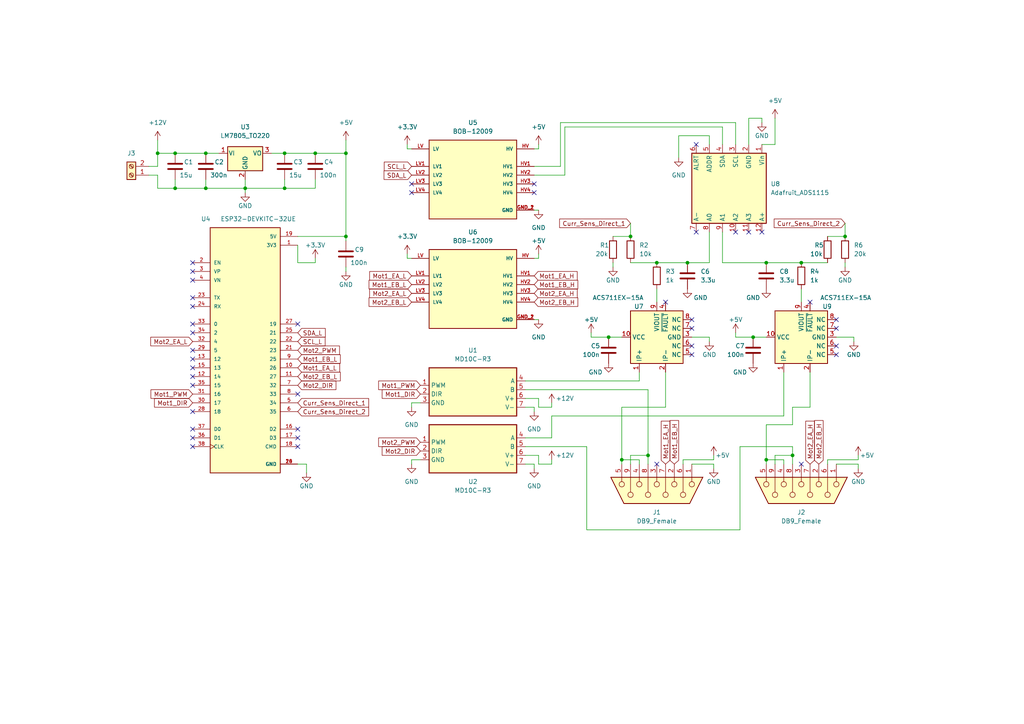
<source format=kicad_sch>
(kicad_sch (version 20211123) (generator eeschema)
  (paper "A4")
  (title_block (title "ENPH 459 Dual Twiddlerino Test Bench Schematic") (date "2024-04-08") (rev "1.1") (company "ENPH 459 Project Lab - Project 2402"))
  (lib_symbols
    (symbol "BOB-12009:BOB-12009" (pin_names (offset 1.016))
      (property "Reference" "U" (at -12.7 11.43 0))
      (property "Value" "BOB-12009" (at -12.7 -15.24 0))
      (symbol "BOB-12009_0_0"
        (rectangle (start -12.7 -12.7) (end 12.7 10.16) (stroke (width 0.254)) (fill (type background)))
        (pin power_in line (at 17.78 -10.16 180) (length 5.08) (name "GND") (number "GND_1"))
        (pin power_in line (at 17.78 -10.16 180) (length 5.08) (name "GND") (number "GND_2"))
        (pin bidirectional line (at 17.78 7.62 180) (length 5.08) (name "HV") (number "HV"))
        (pin bidirectional line (at 17.78 2.54 180) (length 5.08) (name "HV1") (number "HV1"))
        (pin bidirectional line (at 17.78 0 180) (length 5.08) (name "HV2") (number "HV2"))
        (pin bidirectional line (at 17.78 -2.54 180) (length 5.08) (name "HV3") (number "HV3"))
        (pin bidirectional line (at 17.78 -5.08 180) (length 5.08) (name "HV4") (number "HV4"))
        (pin bidirectional line (at -17.78 7.62 0) (length 5.08) (name "LV") (number "LV"))
        (pin bidirectional line (at -17.78 2.54 0) (length 5.08) (name "LV1") (number "LV1"))
        (pin bidirectional line (at -17.78 0 0) (length 5.08) (name "LV2") (number "LV2"))
        (pin bidirectional line (at -17.78 -2.54 0) (length 5.08) (name "LV3") (number "LV3"))
        (pin bidirectional line (at -17.78 -5.08 0) (length 5.08) (name "LV4") (number "LV4"))
      )
    )
    (symbol "Connector:DB9_Female" (pin_names (offset 1.016) hide)
      (property "Reference" "J" (at 0 13.97 0))
      (property "Value" "DB9_Female" (at 0 -14.605 0))
      (symbol "DB9_Female_0_1"
        (circle (center -1.778 -10.16) (radius 0.762))
        (circle (center -1.778 -5.08) (radius 0.762))
        (circle (center -1.778 0) (radius 0.762))
        (circle (center -1.778 5.08) (radius 0.762))
        (circle (center -1.778 10.16) (radius 0.762))
        (polyline (pts (xy -3.81 -10.16) (xy -2.54 -10.16)))
        (polyline (pts (xy -3.81 -7.62) (xy 0.508 -7.62)))
        (polyline (pts (xy -3.81 -5.08) (xy -2.54 -5.08)))
        (polyline (pts (xy -3.81 -2.54) (xy 0.508 -2.54)))
        (polyline (pts (xy -3.81 0) (xy -2.54 0)))
        (polyline (pts (xy -3.81 2.54) (xy 0.508 2.54)))
        (polyline (pts (xy -3.81 5.08) (xy -2.54 5.08)))
        (polyline (pts (xy -3.81 7.62) (xy 0.508 7.62)))
        (polyline (pts (xy -3.81 10.16) (xy -2.54 10.16)))
        (polyline (pts (xy -3.81 13.335) (xy -3.81 -13.335) (xy 3.81 -9.525) (xy 3.81 9.525) (xy -3.81 13.335)) (stroke (width 0.254)) (fill (type background)))
        (circle (center 1.27 -7.62) (radius 0.762))
        (circle (center 1.27 -2.54) (radius 0.762))
        (circle (center 1.27 2.54) (radius 0.762))
        (circle (center 1.27 7.62) (radius 0.762))
      )
      (symbol "DB9_Female_1_1"
        (pin passive line (at -7.62 10.16 0) (length 3.81) (name "1") (number "1"))
        (pin passive line (at -7.62 5.08 0) (length 3.81) (name "2") (number "2"))
        (pin passive line (at -7.62 0 0) (length 3.81) (name "3") (number "3"))
        (pin passive line (at -7.62 -5.08 0) (length 3.81) (name "4") (number "4"))
        (pin passive line (at -7.62 -10.16 0) (length 3.81) (name "5") (number "5"))
        (pin passive line (at -7.62 7.62 0) (length 3.81) (name "6") (number "6"))
        (pin passive line (at -7.62 2.54 0) (length 3.81) (name "7") (number "7"))
        (pin passive line (at -7.62 -2.54 0) (length 3.81) (name "8") (number "8"))
        (pin passive line (at -7.62 -7.62 0) (length 3.81) (name "9") (number "9"))
      )
    )
    (symbol "Connector:Screw_Terminal_01x02" (pin_names (offset 1.016) hide)
      (property "Reference" "J" (at 0 2.54 0))
      (property "Value" "Screw_Terminal_01x02" (at 0 -5.08 0))
      (symbol "Screw_Terminal_01x02_1_1"
        (rectangle (start -1.27 1.27) (end 1.27 -3.81) (stroke (width 0.254)) (fill (type background)))
        (circle (center 0 -2.54) (radius 0.635) (stroke (width 0.1524)))
        (polyline (pts (xy -0.5334 -2.2098) (xy 0.3302 -3.048)) (stroke (width 0.1524)))
        (polyline (pts (xy -0.5334 0.3302) (xy 0.3302 -0.508)) (stroke (width 0.1524)))
        (polyline (pts (xy -0.3556 -2.032) (xy 0.508 -2.8702)) (stroke (width 0.1524)))
        (polyline (pts (xy -0.3556 0.508) (xy 0.508 -0.3302)) (stroke (width 0.1524)))
        (circle (center 0 0) (radius 0.635) (stroke (width 0.1524)))
        (pin passive line (at -5.08 0 0) (length 3.81) (name "Pin_1") (number "1"))
        (pin passive line (at -5.08 -2.54 0) (length 3.81) (name "Pin_2") (number "2"))
      )
    )
    (symbol "Device:C" (pin_numbers hide) (pin_names (offset 0.254))
      (property "Reference" "C" (at 0.635 2.54 0))
      (property "Value" "C" (at 0.635 -2.54 0))
      (symbol "C_0_1"
        (polyline (pts (xy -2.032 -0.762) (xy 2.032 -0.762)) (stroke (width 0.508)))
        (polyline (pts (xy -2.032 0.762) (xy 2.032 0.762)) (stroke (width 0.508)))
      )
      (symbol "C_1_1"
        (pin passive line (at 0 3.81 270) (length 2.794) (name "~") (number "1"))
        (pin passive line (at 0 -3.81 90) (length 2.794) (name "~") (number "2"))
      )
    )
    (symbol "Device:R" (pin_numbers hide) (pin_names (offset 0))
      (property "Reference" "R" (at 2.032 0 90))
      (property "Value" "R" (at 0 0 90))
      (symbol "R_0_1"
        (rectangle (start -1.016 -2.54) (end 1.016 2.54) (stroke (width 0.254)))
      )
      (symbol "R_1_1"
        (pin passive line (at 0 3.81 270) (length 1.27) (name "~") (number "1"))
        (pin passive line (at 0 -3.81 90) (length 1.27) (name "~") (number "2"))
      )
    )
    (symbol "ESP32-DEVKITC-32UE:ESP32-DEVKITC-32UE" (pin_names (offset 1.016))
      (property "Reference" "U" (at -10.16 36.83 0))
      (property "Value" "ESP32-DEVKITC-32UE" (at -10.16 -38.1 0))
      (symbol "ESP32-DEVKITC-32UE_0_0"
        (rectangle (start -10.16 -35.56) (end 10.16 35.56) (stroke (width 0.254)) (fill (type background)))
        (pin power_in line (at 15.24 30.48 180) (length 5.08) (name "3V3") (number "1"))
        (pin bidirectional line (at 15.24 -5.08 180) (length 5.08) (name "26") (number "10"))
        (pin bidirectional line (at 15.24 -7.62 180) (length 5.08) (name "27") (number "11"))
        (pin bidirectional line (at -15.24 -7.62 0) (length 5.08) (name "14") (number "12"))
        (pin bidirectional line (at -15.24 -2.54 0) (length 5.08) (name "12") (number "13"))
        (pin power_in line (at 15.24 -33.02 180) (length 5.08) (name "GND") (number "14"))
        (pin bidirectional line (at -15.24 -5.08 0) (length 5.08) (name "13") (number "15"))
        (pin bidirectional line (at 15.24 -22.86 180) (length 5.08) (name "D2") (number "16"))
        (pin bidirectional line (at 15.24 -25.4 180) (length 5.08) (name "D3") (number "17"))
        (pin bidirectional line (at 15.24 -27.94 180) (length 5.08) (name "CMD") (number "18"))
        (pin power_in line (at 15.24 33.02 180) (length 5.08) (name "5V") (number "19"))
        (pin input line (at -15.24 25.4 0) (length 5.08) (name "EN") (number "2"))
        (pin power_in line (at 15.24 -33.02 180) (length 5.08) (name "GND") (number "20"))
        (pin bidirectional line (at 15.24 0 180) (length 5.08) (name "23") (number "21"))
        (pin bidirectional line (at 15.24 2.54 180) (length 5.08) (name "22") (number "22"))
        (pin bidirectional line (at -15.24 15.24 0) (length 5.08) (name "TX") (number "23"))
        (pin bidirectional line (at -15.24 12.7 0) (length 5.08) (name "RX") (number "24"))
        (pin bidirectional line (at 15.24 5.08 180) (length 5.08) (name "21") (number "25"))
        (pin power_in line (at 15.24 -33.02 180) (length 5.08) (name "GND") (number "26"))
        (pin bidirectional line (at 15.24 7.62 180) (length 5.08) (name "19") (number "27"))
        (pin bidirectional line (at -15.24 -17.78 0) (length 5.08) (name "18") (number "28"))
        (pin bidirectional line (at -15.24 0 0) (length 5.08) (name "5") (number "29"))
        (pin input line (at -15.24 22.86 0) (length 5.08) (name "VP") (number "3"))
        (pin bidirectional line (at -15.24 -15.24 0) (length 5.08) (name "17") (number "30"))
        (pin bidirectional line (at -15.24 -12.7 0) (length 5.08) (name "16") (number "31"))
        (pin bidirectional line (at -15.24 2.54 0) (length 5.08) (name "4") (number "32"))
        (pin bidirectional line (at -15.24 7.62 0) (length 5.08) (name "0") (number "33"))
        (pin bidirectional line (at -15.24 5.08 0) (length 5.08) (name "2") (number "34"))
        (pin bidirectional line (at -15.24 -10.16 0) (length 5.08) (name "15") (number "35"))
        (pin bidirectional line (at -15.24 -25.4 0) (length 5.08) (name "D1") (number "36"))
        (pin bidirectional line (at -15.24 -22.86 0) (length 5.08) (name "D0") (number "37"))
        (pin bidirectional clock (at -15.24 -27.94 0) (length 5.08) (name "CLK") (number "38"))
        (pin input line (at -15.24 20.32 0) (length 5.08) (name "VN") (number "4"))
        (pin bidirectional line (at 15.24 -15.24 180) (length 5.08) (name "34") (number "5"))
        (pin bidirectional line (at 15.24 -17.78 180) (length 5.08) (name "35") (number "6"))
        (pin bidirectional line (at 15.24 -10.16 180) (length 5.08) (name "32") (number "7"))
        (pin bidirectional line (at 15.24 -12.7 180) (length 5.08) (name "33") (number "8"))
        (pin bidirectional line (at 15.24 -2.54 180) (length 5.08) (name "25") (number "9"))
      )
    )
    (symbol "MD10C-R3:MD10C-R3"
      (property "Reference" "U" (at 0 12.7 0))
      (property "Value" "MD10C-R3" (at 0 10.16 0))
      (symbol "MD10C-R3_0_1"
        (rectangle (start -12.7 8.89) (end 12.7 -5.08) (stroke (width 0.32)) (fill (type background)))
      )
      (symbol "MD10C-R3_1_1"
        (pin input line (at -15.24 3.81 0) (length 2.54) (name "PWM") (number "1"))
        (pin input line (at -15.24 1.27 0) (length 2.54) (name "DIR") (number "2"))
        (pin power_in line (at -15.24 -1.27 0) (length 2.54) (name "GND") (number "3"))
        (pin output line (at 15.24 5.08 180) (length 2.54) (name "A") (number "4"))
        (pin output line (at 15.24 2.54 180) (length 2.54) (name "B") (number "5"))
        (pin power_in line (at 15.24 0 180) (length 2.54) (name "V+") (number "6"))
        (pin power_in line (at 15.24 -2.54 180) (length 2.54) (name "V-") (number "7"))
      )
    )
    (symbol "MD10C-R3_1"
      (property "Reference" "U" (at 0 12.7 0))
      (property "Value" "MD10C-R3_1" (at 0 10.16 0))
      (symbol "MD10C-R3_1_0_1"
        (rectangle (start -12.7 8.89) (end 12.7 -5.08) (stroke (width 0.32)) (fill (type background)))
      )
      (symbol "MD10C-R3_1_1_1"
        (pin input line (at -15.24 3.81 0) (length 2.54) (name "PWM") (number "1"))
        (pin input line (at -15.24 1.27 0) (length 2.54) (name "DIR") (number "2"))
        (pin power_in line (at -15.24 -1.27 0) (length 2.54) (name "GND") (number "3"))
        (pin output line (at 15.24 5.08 180) (length 2.54) (name "A") (number "4"))
        (pin output line (at 15.24 2.54 180) (length 2.54) (name "B") (number "5"))
        (pin power_in line (at 15.24 0 180) (length 2.54) (name "V+") (number "6"))
        (pin power_in line (at 15.24 -2.54 180) (length 2.54) (name "V-") (number "7"))
      )
    )
    (symbol "Regulator_Linear:LM7805_TO220" (pin_names (offset 0.254))
      (property "Reference" "U" (at -3.81 3.175 0))
      (property "Value" "LM7805_TO220" (at 0 3.175 0))
      (symbol "LM7805_TO220_0_1"
        (rectangle (start -5.08 1.905) (end 5.08 -5.08) (stroke (width 0.254)) (fill (type background)))
      )
      (symbol "LM7805_TO220_1_1"
        (pin power_in line (at -7.62 0 0) (length 2.54) (name "VI") (number "1"))
        (pin power_in line (at 0 -7.62 90) (length 2.54) (name "GND") (number "2"))
        (pin power_out line (at 7.62 0 180) (length 2.54) (name "VO") (number "3"))
      )
    )
    (symbol "Sensor_Current:ACS711xEXLT-15AB"
      (property "Reference" "U" (at 8.89 6.35 0))
      (property "Value" "ACS711xEXLT-15AB" (at 8.89 3.81 0))
      (symbol "ACS711xEXLT-15AB_0_1"
        (rectangle (start -7.62 7.62) (end 7.62 -7.62) (stroke (width 0.254)) (fill (type background)))
      )
      (symbol "ACS711xEXLT-15AB_1_1"
        (pin passive line (at -10.16 5.08 0) (length 2.54) (name "IP+") (number "1"))
        (pin power_in line (at 0 10.16 270) (length 2.54) (name "VCC") (number "10"))
        (pin passive line (at -10.16 -2.54 0) (length 2.54) (name "IP-") (number "2"))
        (pin power_in line (at 0 -10.16 90) (length 2.54) (name "GND") (number "3"))
        (pin output line (at 10.16 -2.54 180) (length 2.54) (name "~{FAULT}") (number "4"))
        (pin passive line (at -5.08 -10.16 90) (length 2.54) (name "NC") (number "5"))
        (pin passive line (at -2.54 -10.16 90) (length 2.54) (name "NC") (number "6"))
        (pin passive line (at 2.54 -10.16 90) (length 2.54) (name "NC") (number "7"))
        (pin passive line (at 5.08 -10.16 90) (length 2.54) (name "NC") (number "8"))
        (pin output line (at 10.16 0 180) (length 2.54) (name "VIOUT") (number "9"))
      )
    )
    (symbol "adafruit_ads1115:Adafruit_ADS1115"
      (property "Reference" "U5" (at 12.192 0.0001 0))
      (property "Value" "Adafruit_ADS1115" (at 12.192 -2.5399 0))
      (symbol "Adafruit_ADS1115_0_1"
        (rectangle (start 10.16 -11.43) (end -11.43 8.89) (stroke (width 0.3)) (fill (type background)))
      )
      (symbol "Adafruit_ADS1115_1_1"
        (pin power_in line (at -10.16 -13.97 90) (length 2.54) (name "Vin") (number "1"))
        (pin input line (at -2.54 11.43 270) (length 2.54) (name "A2") (number "10"))
        (pin input line (at -6.35 11.43 270) (length 2.54) (name "A3") (number "11"))
        (pin input line (at -10.16 11.43 270) (length 2.54) (name "A+") (number "12"))
        (pin power_in line (at -6.35 -13.97 90) (length 2.54) (name "GND") (number "2"))
        (pin bidirectional line (at -2.54 -13.97 90) (length 2.54) (name "SCL") (number "3"))
        (pin bidirectional line (at 1.27 -13.97 90) (length 2.54) (name "SDA") (number "4"))
        (pin bidirectional line (at 5.08 -13.97 90) (length 2.54) (name "ADDR") (number "5"))
        (pin bidirectional line (at 8.89 -13.97 90) (length 2.54) (name "ALRT") (number "6"))
        (pin input line (at 8.89 11.43 270) (length 2.54) (name "A-") (number "7"))
        (pin input line (at 5.08 11.43 270) (length 2.54) (name "A0") (number "8"))
        (pin input line (at 1.27 11.43 270) (length 2.54) (name "A1") (number "9"))
      )
    )
    (symbol "power:+12V" (power) (pin_names (offset 0))
      (property "Value" "+12V" (at 0 3.556 0))
      (symbol "+12V_0_1"
        (polyline (pts (xy -0.762 1.27) (xy 0 2.54)))
        (polyline (pts (xy 0 0) (xy 0 2.54)))
        (polyline (pts (xy 0 2.54) (xy 0.762 1.27)))
      )
      (symbol "+12V_1_1"
        (pin power_in line (at 0 0 90) (length 0) hide (name "+12V") (number "1"))
      )
    )
    (symbol "power:+3.3V" (power) (pin_names (offset 0))
      (property "Value" "+3.3V" (at 0 3.556 0))
      (symbol "+3.3V_0_1"
        (polyline (pts (xy -0.762 1.27) (xy 0 2.54)))
        (polyline (pts (xy 0 0) (xy 0 2.54)))
        (polyline (pts (xy 0 2.54) (xy 0.762 1.27)))
      )
      (symbol "+3.3V_1_1"
        (pin power_in line (at 0 0 90) (length 0) hide (name "+3.3V") (number "1"))
      )
    )
    (symbol "power:+5V" (power) (pin_names (offset 0))
      (property "Value" "+5V" (at 0 3.556 0))
      (symbol "+5V_0_1"
        (polyline (pts (xy -0.762 1.27) (xy 0 2.54)))
        (polyline (pts (xy 0 0) (xy 0 2.54)))
        (polyline (pts (xy 0 2.54) (xy 0.762 1.27)))
      )
      (symbol "+5V_1_1"
        (pin power_in line (at 0 0 90) (length 0) hide (name "+5V") (number "1"))
      )
    )
    (symbol "power:GND" (power) (pin_names (offset 0))
      (property "Value" "GND" (at 0 -3.81 0))
      (symbol "GND_0_1"
        (polyline (pts (xy 0 0) (xy 0 -1.27) (xy 1.27 -1.27) (xy 0 -2.54) (xy -1.27 -1.27) (xy 0 -1.27)))
      )
      (symbol "GND_1_1"
        (pin power_in line (at 0 0 270) (length 0) hide (name "GND") (number "1"))
      )
    )
  )
  (junction (at 45.72 44.45))
  (junction (at 218.44 97.79))
  (junction (at 180.34 133.35))
  (junction (at 199.39 76.2))
  (junction (at 232.41 76.2))
  (junction (at 71.12 54.61))
  (junction (at 59.69 44.45))
  (junction (at 59.69 54.61))
  (junction (at 222.25 76.2))
  (junction (at 245.11 68.58))
  (junction (at 50.8 44.45))
  (junction (at 229.87 132.08))
  (junction (at 82.55 44.45))
  (junction (at 222.25 133.35))
  (junction (at 82.55 54.61))
  (junction (at 182.88 68.58))
  (junction (at 100.33 44.45))
  (junction (at 187.96 132.08))
  (junction (at 50.8 54.61))
  (junction (at 176.53 97.79))
  (junction (at 100.33 68.58))
  (junction (at 91.44 44.45))
  (junction (at 190.5 76.2))
  (no_connect (at 55.88 127))
  (no_connect (at 242.57 100.33))
  (no_connect (at 190.5 134.62))
  (no_connect (at 55.88 78.74))
  (no_connect (at 200.66 100.33))
  (no_connect (at 200.66 95.25))
  (no_connect (at 193.04 87.63))
  (no_connect (at 200.66 92.71))
  (no_connect (at 200.66 102.87))
  (no_connect (at 55.88 104.14))
  (no_connect (at 86.36 93.98))
  (no_connect (at 55.88 76.2))
  (no_connect (at 201.93 67.31))
  (no_connect (at 213.36 67.31))
  (no_connect (at 217.17 67.31))
  (no_connect (at 220.98 67.31))
  (no_connect (at 55.88 88.9))
  (no_connect (at 86.36 127))
  (no_connect (at 55.88 81.28))
  (no_connect (at 55.88 106.68))
  (no_connect (at 86.36 124.46))
  (no_connect (at 201.93 41.91))
  (no_connect (at 232.41 134.62))
  (no_connect (at 154.94 53.34))
  (no_connect (at 154.94 55.88))
  (no_connect (at 55.88 86.36))
  (no_connect (at 55.88 109.22))
  (no_connect (at 242.57 102.87))
  (no_connect (at 86.36 129.54))
  (no_connect (at 242.57 92.71))
  (no_connect (at 55.88 124.46))
  (no_connect (at 55.88 93.98))
  (no_connect (at 242.57 95.25))
  (no_connect (at 234.95 87.63))
  (no_connect (at 55.88 119.38))
  (no_connect (at 55.88 101.6))
  (no_connect (at 86.36 114.3))
  (no_connect (at 55.88 129.54))
  (no_connect (at 119.38 53.34))
  (no_connect (at 119.38 55.88))
  (no_connect (at 55.88 111.76))
  (no_connect (at 55.88 96.52))
  (wire (pts (xy 154.94 134.62) (xy 154.94 135.89)))
  (wire (pts (xy 240.03 134.62) (xy 240.03 133.35)))
  (wire (pts (xy 154.94 92.71) (xy 156.21 92.71)))
  (wire (pts (xy 156.21 74.93) (xy 156.21 73.66)))
  (wire (pts (xy 207.01 134.62) (xy 207.01 135.89)))
  (wire (pts (xy 156.21 118.11) (xy 160.02 118.11)))
  (wire (pts (xy 162.56 35.56) (xy 162.56 48.26)))
  (wire (pts (xy 180.34 133.35) (xy 185.42 133.35)))
  (wire (pts (xy 205.74 76.2) (xy 205.74 67.31)))
  (wire (pts (xy 200.66 134.62) (xy 207.01 134.62)))
  (wire (pts (xy 50.8 52.07) (xy 50.8 54.61)))
  (wire (pts (xy 86.36 71.12) (xy 86.36 76.2)))
  (wire (pts (xy 222.25 133.35) (xy 222.25 123.19)))
  (wire (pts (xy 86.36 134.62) (xy 88.9 134.62)))
  (wire (pts (xy 171.45 97.79) (xy 176.53 97.79)))
  (wire (pts (xy 45.72 44.45) (xy 50.8 44.45)))
  (wire (pts (xy 86.36 76.2) (xy 91.44 76.2)))
  (wire (pts (xy 220.98 41.91) (xy 224.79 41.91)))
  (wire (pts (xy 170.18 153.67) (xy 170.18 129.54)))
  (wire (pts (xy 224.79 34.29) (xy 224.79 41.91)))
  (wire (pts (xy 100.33 40.64) (xy 100.33 44.45)))
  (wire (pts (xy 43.18 48.26) (xy 45.72 48.26)))
  (wire (pts (xy 154.94 118.11) (xy 154.94 119.38)))
  (wire (pts (xy 218.44 97.79) (xy 222.25 97.79)))
  (wire (pts (xy 82.55 54.61) (xy 91.44 54.61)))
  (wire (pts (xy 119.38 118.11) (xy 119.38 116.84)))
  (wire (pts (xy 118.11 41.91) (xy 118.11 43.18)))
  (wire (pts (xy 118.11 43.18) (xy 119.38 43.18)))
  (wire (pts (xy 222.25 133.35) (xy 227.33 133.35)))
  (wire (pts (xy 91.44 54.61) (xy 91.44 52.07)))
  (wire (pts (xy 45.72 54.61) (xy 50.8 54.61)))
  (wire (pts (xy 227.33 107.95) (xy 227.33 120.65)))
  (wire (pts (xy 205.74 39.37) (xy 205.74 41.91)))
  (wire (pts (xy 240.03 68.58) (xy 245.11 68.58)))
  (wire (pts (xy 198.12 133.35) (xy 207.01 133.35)))
  (wire (pts (xy 154.94 50.8) (xy 163.83 50.8)))
  (wire (pts (xy 180.34 134.62) (xy 180.34 133.35)))
  (wire (pts (xy 187.96 113.03) (xy 187.96 132.08)))
  (wire (pts (xy 152.4 134.62) (xy 154.94 134.62)))
  (wire (pts (xy 234.95 107.95) (xy 234.95 118.11)))
  (wire (pts (xy 162.56 48.26) (xy 154.94 48.26)))
  (wire (pts (xy 71.12 54.61) (xy 71.12 55.88)))
  (wire (pts (xy 78.74 44.45) (xy 82.55 44.45)))
  (wire (pts (xy 232.41 83.82) (xy 232.41 87.63)))
  (wire (pts (xy 200.66 97.79) (xy 205.74 97.79)))
  (wire (pts (xy 242.57 97.79) (xy 247.65 97.79)))
  (wire (pts (xy 229.87 129.54) (xy 214.63 129.54)))
  (wire (pts (xy 214.63 153.67) (xy 170.18 153.67)))
  (wire (pts (xy 160.02 120.65) (xy 227.33 120.65)))
  (wire (pts (xy 232.41 76.2) (xy 222.25 76.2)))
  (wire (pts (xy 190.5 76.2) (xy 199.39 76.2)))
  (wire (pts (xy 119.38 134.62) (xy 119.38 133.35)))
  (wire (pts (xy 176.53 97.79) (xy 180.34 97.79)))
  (wire (pts (xy 50.8 44.45) (xy 59.69 44.45)))
  (wire (pts (xy 170.18 129.54) (xy 152.4 129.54)))
  (wire (pts (xy 213.36 35.56) (xy 162.56 35.56)))
  (wire (pts (xy 182.88 132.08) (xy 187.96 132.08)))
  (wire (pts (xy 229.87 132.08) (xy 229.87 129.54)))
  (wire (pts (xy 213.36 97.79) (xy 218.44 97.79)))
  (wire (pts (xy 193.04 118.11) (xy 193.04 107.95)))
  (wire (pts (xy 152.4 127) (xy 160.02 127)))
  (wire (pts (xy 220.98 34.29) (xy 220.98 35.56)))
  (wire (pts (xy 152.4 132.08) (xy 156.21 132.08)))
  (wire (pts (xy 119.38 133.35) (xy 121.92 133.35)))
  (wire (pts (xy 185.42 133.35) (xy 185.42 134.62)))
  (wire (pts (xy 160.02 118.11) (xy 160.02 116.84)))
  (wire (pts (xy 152.4 113.03) (xy 187.96 113.03)))
  (wire (pts (xy 163.83 50.8) (xy 163.83 36.83)))
  (wire (pts (xy 91.44 44.45) (xy 100.33 44.45)))
  (wire (pts (xy 160.02 127) (xy 160.02 120.65)))
  (wire (pts (xy 227.33 133.35) (xy 227.33 134.62)))
  (wire (pts (xy 152.4 110.49) (xy 185.42 110.49)))
  (wire (pts (xy 119.38 116.84) (xy 121.92 116.84)))
  (wire (pts (xy 213.36 41.91) (xy 213.36 35.56)))
  (wire (pts (xy 248.92 133.35) (xy 248.92 132.08)))
  (wire (pts (xy 43.18 50.8) (xy 45.72 50.8)))
  (wire (pts (xy 185.42 110.49) (xy 185.42 107.95)))
  (wire (pts (xy 118.11 74.93) (xy 119.38 74.93)))
  (wire (pts (xy 59.69 44.45) (xy 63.5 44.45)))
  (wire (pts (xy 100.33 68.58) (xy 86.36 68.58)))
  (wire (pts (xy 156.21 132.08) (xy 156.21 134.62)))
  (wire (pts (xy 82.55 44.45) (xy 91.44 44.45)))
  (wire (pts (xy 248.92 134.62) (xy 248.92 135.89)))
  (wire (pts (xy 193.04 118.11) (xy 180.34 118.11)))
  (wire (pts (xy 118.11 73.66) (xy 118.11 74.93)))
  (wire (pts (xy 156.21 134.62) (xy 160.02 134.62)))
  (wire (pts (xy 59.69 54.61) (xy 71.12 54.61)))
  (wire (pts (xy 222.25 76.2) (xy 209.55 76.2)))
  (wire (pts (xy 245.11 64.77) (xy 245.11 68.58)))
  (wire (pts (xy 229.87 132.08) (xy 229.87 134.62)))
  (wire (pts (xy 198.12 134.62) (xy 198.12 133.35)))
  (wire (pts (xy 177.8 68.58) (xy 182.88 68.58)))
  (wire (pts (xy 196.85 39.37) (xy 205.74 39.37)))
  (wire (pts (xy 152.4 118.11) (xy 154.94 118.11)))
  (wire (pts (xy 196.85 45.72) (xy 196.85 39.37)))
  (wire (pts (xy 156.21 115.57) (xy 156.21 118.11)))
  (wire (pts (xy 59.69 52.07) (xy 59.69 54.61)))
  (wire (pts (xy 88.9 134.62) (xy 88.9 137.16)))
  (wire (pts (xy 154.94 43.18) (xy 156.21 43.18)))
  (wire (pts (xy 100.33 68.58) (xy 100.33 69.85)))
  (wire (pts (xy 171.45 96.52) (xy 171.45 97.79)))
  (wire (pts (xy 214.63 129.54) (xy 214.63 153.67)))
  (wire (pts (xy 187.96 132.08) (xy 187.96 134.62)))
  (wire (pts (xy 163.83 36.83) (xy 209.55 36.83)))
  (wire (pts (xy 205.74 97.79) (xy 205.74 99.06)))
  (wire (pts (xy 217.17 34.29) (xy 220.98 34.29)))
  (wire (pts (xy 232.41 76.2) (xy 240.03 76.2)))
  (wire (pts (xy 156.21 43.18) (xy 156.21 41.91)))
  (wire (pts (xy 224.79 134.62) (xy 224.79 132.08)))
  (wire (pts (xy 229.87 118.11) (xy 234.95 118.11)))
  (wire (pts (xy 82.55 54.61) (xy 82.55 52.07)))
  (wire (pts (xy 182.88 134.62) (xy 182.88 132.08)))
  (wire (pts (xy 207.01 133.35) (xy 207.01 132.08)))
  (wire (pts (xy 91.44 76.2) (xy 91.44 74.93)))
  (wire (pts (xy 45.72 40.64) (xy 45.72 44.45)))
  (wire (pts (xy 222.25 134.62) (xy 222.25 133.35)))
  (wire (pts (xy 180.34 118.11) (xy 180.34 133.35)))
  (wire (pts (xy 177.8 77.47) (xy 177.8 76.2)))
  (wire (pts (xy 50.8 54.61) (xy 59.69 54.61)))
  (wire (pts (xy 209.55 76.2) (xy 209.55 67.31)))
  (wire (pts (xy 100.33 77.47) (xy 100.33 78.74)))
  (wire (pts (xy 154.94 60.96) (xy 156.21 60.96)))
  (wire (pts (xy 100.33 44.45) (xy 100.33 68.58)))
  (wire (pts (xy 224.79 132.08) (xy 229.87 132.08)))
  (wire (pts (xy 182.88 64.77) (xy 182.88 68.58)))
  (wire (pts (xy 190.5 83.82) (xy 190.5 87.63)))
  (wire (pts (xy 222.25 123.19) (xy 229.87 123.19)))
  (wire (pts (xy 213.36 96.52) (xy 213.36 97.79)))
  (wire (pts (xy 240.03 133.35) (xy 248.92 133.35)))
  (wire (pts (xy 199.39 76.2) (xy 205.74 76.2)))
  (wire (pts (xy 45.72 48.26) (xy 45.72 44.45)))
  (wire (pts (xy 247.65 97.79) (xy 247.65 99.06)))
  (wire (pts (xy 154.94 74.93) (xy 156.21 74.93)))
  (wire (pts (xy 209.55 36.83) (xy 209.55 41.91)))
  (wire (pts (xy 71.12 52.07) (xy 71.12 54.61)))
  (wire (pts (xy 45.72 50.8) (xy 45.72 54.61)))
  (wire (pts (xy 160.02 134.62) (xy 160.02 133.35)))
  (wire (pts (xy 71.12 54.61) (xy 82.55 54.61)))
  (wire (pts (xy 152.4 115.57) (xy 156.21 115.57)))
  (wire (pts (xy 245.11 76.2) (xy 245.11 77.47)))
  (wire (pts (xy 182.88 76.2) (xy 190.5 76.2)))
  (wire (pts (xy 217.17 41.91) (xy 217.17 34.29)))
  (wire (pts (xy 242.57 134.62) (xy 248.92 134.62)))
  (wire (pts (xy 229.87 123.19) (xy 229.87 118.11)))
  (global_label "Mot2_EB_H" (shape input) (at 154.94 87.63 0) (property "Intersheet References" "${INTERSHEET_REFS}" (effects hide)))
  (global_label "Mot1_EA_L" (shape input) (at 86.36 106.68 0) (property "Intersheet References" "${INTERSHEET_REFS}" (effects hide)))
  (global_label "Mot2_PWM" (shape input) (at 121.92 128.27 180) (property "Intersheet References" "${INTERSHEET_REFS}" (effects hide)))
  (global_label "SDA_L" (shape input) (at 86.36 96.52 0) (property "Intersheet References" "${INTERSHEET_REFS}" (effects hide)))
  (global_label "Mot2_EB_L" (shape input) (at 119.38 87.63 180) (property "Intersheet References" "${INTERSHEET_REFS}" (effects hide)))
  (global_label "Mot2_EA_H" (shape input) (at 154.94 85.09 0) (property "Intersheet References" "${INTERSHEET_REFS}" (effects hide)))
  (global_label "SDA_L" (shape input) (at 119.38 50.8 180) (property "Intersheet References" "${INTERSHEET_REFS}" (effects hide)))
  (global_label "Curr_Sens_Direct_2" (shape input) (at 245.11 64.77 180) (property "Intersheet References" "${INTERSHEET_REFS}" (effects hide)))
  (global_label "Mot1_EB_L" (shape input) (at 119.38 82.55 180) (property "Intersheet References" "${INTERSHEET_REFS}" (effects hide)))
  (global_label "Curr_Sens_Direct_1" (shape input) (at 182.88 64.77 180) (property "Intersheet References" "${INTERSHEET_REFS}" (effects hide)))
  (global_label "Mot2_EA_L" (shape input) (at 55.88 99.06 180) (property "Intersheet References" "${INTERSHEET_REFS}" (effects hide)))
  (global_label "Curr_Sens_Direct_1" (shape input) (at 86.36 116.84 0) (property "Intersheet References" "${INTERSHEET_REFS}" (effects hide)))
  (global_label "Mot1_DIR" (shape input) (at 121.92 114.3 180) (property "Intersheet References" "${INTERSHEET_REFS}" (effects hide)))
  (global_label "Mot1_PWM" (shape input) (at 121.92 111.76 180) (property "Intersheet References" "${INTERSHEET_REFS}" (effects hide)))
  (global_label "Mot2_DIR" (shape input) (at 121.92 130.81 180) (property "Intersheet References" "${INTERSHEET_REFS}" (effects hide)))
  (global_label "Mot1_PWM" (shape input) (at 55.88 114.3 180) (property "Intersheet References" "${INTERSHEET_REFS}" (effects hide)))
  (global_label "Mot1_EA_L" (shape input) (at 119.38 80.01 180) (property "Intersheet References" "${INTERSHEET_REFS}" (effects hide)))
  (global_label "Mot1_EA_H" (shape input) (at 154.94 80.01 0) (property "Intersheet References" "${INTERSHEET_REFS}" (effects hide)))
  (global_label "Mot1_EB_H" (shape input) (at 154.94 82.55 0) (property "Intersheet References" "${INTERSHEET_REFS}" (effects hide)))
  (global_label "Curr_Sens_Direct_2" (shape input) (at 86.36 119.38 0) (property "Intersheet References" "${INTERSHEET_REFS}" (effects hide)))
  (global_label "Mot2_DIR" (shape input) (at 86.36 111.76 0) (property "Intersheet References" "${INTERSHEET_REFS}" (effects hide)))
  (global_label "Mot1_EA_H" (shape input) (at 193.04 134.62 90) (property "Intersheet References" "${INTERSHEET_REFS}" (effects hide)))
  (global_label "Mot1_EB_H" (shape input) (at 195.58 134.62 90) (property "Intersheet References" "${INTERSHEET_REFS}" (effects hide)))
  (global_label "SCL_L" (shape input) (at 119.38 48.26 180) (property "Intersheet References" "${INTERSHEET_REFS}" (effects hide)))
  (global_label "Mot1_EB_L" (shape input) (at 86.36 104.14 0) (property "Intersheet References" "${INTERSHEET_REFS}" (effects hide)))
  (global_label "Mot2_PWM" (shape input) (at 86.36 101.6 0) (property "Intersheet References" "${INTERSHEET_REFS}" (effects hide)))
  (global_label "Mot2_EB_L" (shape input) (at 86.36 109.22 0) (property "Intersheet References" "${INTERSHEET_REFS}" (effects hide)))
  (global_label "Mot2_EA_L" (shape input) (at 119.38 85.09 180) (property "Intersheet References" "${INTERSHEET_REFS}" (effects hide)))
  (global_label "SCL_L" (shape input) (at 86.36 99.06 0) (property "Intersheet References" "${INTERSHEET_REFS}" (effects hide)))
  (global_label "Mot1_DIR" (shape input) (at 55.88 116.84 180) (property "Intersheet References" "${INTERSHEET_REFS}" (effects hide)))
  (global_label "Mot2_EA_H" (shape input) (at 234.95 134.62 90) (property "Intersheet References" "${INTERSHEET_REFS}" (effects hide)))
  (global_label "Mot2_EB_H" (shape input) (at 237.49 134.62 90) (property "Intersheet References" "${INTERSHEET_REFS}" (effects hide)))
  (symbol (lib_id "ESP32-DEVKITC-32UE:ESP32-DEVKITC-32UE") (at 71.12 101.6 0) (unit 1)
    (property "Reference" "U4" (at 59.69 63.5 0))
    (property "Value" "ESP32-DEVKITC-32UE" (at 74.93 63.5 0))
    (property "Footprint" "ESP32-DEVKITC-32UE:ESPRESSIF_ESP32-DEVKITC-32UE" (effects hide))
    (property "MF" "Espressif Systems" (effects hide))
    (property "MAXIMUM_PACKAGE_HEIGHT" "N/A" (effects hide))
    (property "Package" "CUSTOM-38 ESPRESSIF" (effects hide))
    (property "Price" "None" (effects hide))
    (property "Check_prices" "https://www.snapeda.com/parts/ESP32-DEVKITC-32UE/Espressif+Systems/view-part/?ref=eda" (effects hide))
    (property "STANDARD" "Manufacturer Recommendations" (effects hide))
    (property "PARTREV" "V4" (effects hide))
    (property "SnapEDA_Link" "https://www.snapeda.com/parts/ESP32-DEVKITC-32UE/Espressif+Systems/view-part/?ref=snap" (effects hide))
    (property "MP" "ESP32-DEVKITC-32UE" (effects hide))
    (property "Purchase-URL" "https://www.snapeda.com/api/url_track_click_mouser/?unipart_id=10964384&manufacturer=Espressif Systems&part_name=ESP32-DEVKITC-32UE&search_term=esp32-devkitc-32ue" (effects hide))
    (property "Description" "\n- ESP32-WROOM-32UE Transceiver; 802.11 b/g/n (Wi-Fi, WiFi, WLAN), Bluetooth® Smart Ready 4.x Dual Mode 2.4GHz Evaluation Board\n" (effects hide))
    (property "MANUFACTURER" "Espressif" (effects hide))
    (property "Availability" "In Stock" (effects hide))
    (property "SNAPEDA_PN" "ESP32-DEVKITC-32UE" (effects hide))
  )
  (symbol (lib_id "Connector:DB9_Female") (at 190.5 142.24 270) (unit 1)
    (property "Reference" "J1" (at 190.5 148.59 90))
    (property "Value" "DB9_Female" (at 190.5 151.13 90))
    (property "Datasheet" " ~" (effects hide))
  )
  (symbol (lib_id "Regulator_Linear:LM7805_TO220") (at 71.12 44.45 0) (unit 1)
    (property "Reference" "U3" (at 71.12 36.83 0))
    (property "Value" "LM7805_TO220" (at 71.12 39.37 0))
    (property "Footprint" "Package_TO_SOT_THT:TO-220-3_Vertical" (effects hide))
    (property "Datasheet" "https://www.onsemi.cn/PowerSolutions/document/MC7800-D.PDF" (effects hide))
  )
  (symbol (lib_id "power:GND") (at 222.25 83.82 0) (unit 1)
    (property "Reference" "#PWR029" (effects hide))
    (property "Value" "GND" (at 218.44 86.36 0))
  )
  (symbol (lib_id "power:+5V") (at 224.79 34.29 0) (unit 1)
    (property "Reference" "#PWR030" (effects hide))
    (property "Value" "+5V" (at 224.79 29.21 0))
  )
  (symbol (lib_id "Device:R") (at 177.8 72.39 180) (unit 1)
    (property "Reference" "R1" (at 173.99 71.12 0) (effects (justify right)))
    (property "Value" "20k" (at 172.72 73.66 0) (effects (justify right)))
  )
  (symbol (lib_id "power:GND") (at 71.12 55.88 0) (unit 1)
    (property "Reference" "#PWR02" (effects hide))
    (property "Value" "GND" (at 71.12 59.69 0))
  )
  (symbol (lib_id "Device:C") (at 222.25 80.01 0) (unit 1)
    (property "Reference" "C8" (at 226.06 78.7399 0) (effects (justify left)))
    (property "Value" "3.3u" (at 226.06 81.2799 0) (effects (justify left)))
  )
  (symbol (lib_id "power:GND") (at 177.8 77.47 0) (unit 1)
    (property "Reference" "#PWR020" (effects hide))
    (property "Value" "GND" (at 177.8 81.28 0))
  )
  (symbol (lib_id "Device:C") (at 91.44 48.26 0) (unit 1)
    (property "Reference" "C4" (at 93.98 46.99 0) (effects (justify left)))
    (property "Value" "100n" (at 92.71 50.8 0) (effects (justify left)))
  )
  (symbol (lib_id "power:+12V") (at 160.02 133.35 0) (unit 1)
    (property "Reference" "#PWR017" (effects hide))
    (property "Value" "+12V" (at 163.83 132.08 0))
  )
  (symbol (lib_id "Device:R") (at 232.41 80.01 180) (unit 1)
    (property "Reference" "R4" (at 234.95 78.7399 0) (effects (justify right)))
    (property "Value" "1k" (at 234.95 81.2799 0) (effects (justify right)))
  )
  (symbol (lib_id "power:GND") (at 156.21 60.96 0) (unit 1)
    (property "Reference" "#PWR013" (effects hide))
    (property "Value" "GND" (at 156.21 66.04 0))
  )
  (symbol (lib_id "power:+12V") (at 160.02 116.84 0) (unit 1)
    (property "Reference" "#PWR016" (effects hide))
    (property "Value" "+12V" (at 163.83 115.57 0))
  )
  (symbol (lib_id "Device:C") (at 100.33 73.66 0) (unit 1)
    (property "Reference" "C9" (at 102.87 72.39 0) (effects (justify left)))
    (property "Value" "100n" (at 101.6 76.2 0) (effects (justify left)))
  )
  (symbol (lib_id "Device:C") (at 218.44 101.6 180) (unit 1)
    (property "Reference" "C7" (at 214.63 100.33 0))
    (property "Value" "100n" (at 213.36 102.87 0))
  )
  (symbol (lib_id "Device:R") (at 190.5 80.01 180) (unit 1)
    (property "Reference" "R3" (at 193.04 78.74 0) (effects (justify right)))
    (property "Value" "1k" (at 193.04 81.2799 0) (effects (justify right)))
  )
  (symbol (lib_id "power:GND") (at 176.53 105.41 0) (unit 1)
    (property "Reference" "#PWR019" (effects hide))
    (property "Value" "GND" (at 172.72 107.95 0))
  )
  (symbol (lib_id "Device:C") (at 176.53 101.6 180) (unit 1)
    (property "Reference" "C5" (at 172.72 100.33 0))
    (property "Value" "100n" (at 171.45 102.87 0))
  )
  (symbol (lib_id "power:+5V") (at 207.01 132.08 0) (unit 1)
    (property "Reference" "#PWR024" (effects hide))
    (property "Value" "+5V" (at 209.55 132.08 0))
  )
  (symbol (lib_id "Device:R") (at 182.88 72.39 0) (unit 1)
    (property "Reference" "R2" (at 185.42 71.1199 0) (effects (justify left)))
    (property "Value" "10k" (at 185.42 73.6599 0) (effects (justify left)))
  )
  (symbol (lib_id "MD10C-R3:MD10C-R3") (at 137.16 115.57 0) (unit 1)
    (property "Reference" "U1" (at 137.16 101.6 0))
    (property "Value" "MD10C-R3" (at 137.16 104.14 0))
  )
  (symbol (lib_id "BOB-12009:BOB-12009") (at 137.16 50.8 0) (unit 1)
    (property "Reference" "U5" (at 137.16 35.56 0))
    (property "Value" "BOB-12009" (at 137.16 38.1 0))
    (property "Footprint" "BOB-12009:CONV_BOB-12009" (effects hide))
    (property "MF" "SparkFun" (effects hide))
    (property "MAXIMUM_PACKAGE_HEIGHT" "N/A" (effects hide))
    (property "Package" "None" (effects hide))
    (property "Price" "None" (effects hide))
    (property "Check_prices" "https://www.snapeda.com/parts/BOB-12009/SparkFun+Electronics/view-part/?ref=eda" (effects hide))
    (property "STANDARD" "Manufacturer Recommendations" (effects hide))
    (property "PARTREV" "01" (effects hide))
    (property "SnapEDA_Link" "https://www.snapeda.com/parts/BOB-12009/SparkFun+Electronics/view-part/?ref=snap" (effects hide))
    (property "MP" "BOB-12009" (effects hide))
    (property "Purchase-URL" "https://www.snapeda.com/api/url_track_click_mouser/?unipart_id=551764&manufacturer=SparkFun&part_name=BOB-12009&search_term=None" (effects hide))
    (property "Description" "\nBSS138 Logic-Level Translator Interface Evaluation Board\n" (effects hide))
    (property "Availability" "In Stock" (effects hide))
    (property "MANUFACTURER" "SparkFun Electronics" (effects hide))
  )
  (symbol (lib_id "adafruit_ads1115:Adafruit_ADS1115") (at 210.82 55.88 180) (unit 1)
    (property "Reference" "U8" (at 223.52 53.3399 0) (effects (justify right)))
    (property "Value" "Adafruit_ADS1115" (at 223.52 55.8799 0) (effects (justify right)))
    (property "Footprint" "Connector_PinHeader_2.54mm:Adafruit ADS1115" (effects hide))
  )
  (symbol (lib_id "power:+5V") (at 248.92 132.08 0) (unit 1)
    (property "Reference" "#PWR033" (effects hide))
    (property "Value" "+5V" (at 251.46 132.08 0))
  )
  (symbol (lib_id "power:GND") (at 248.92 135.89 0) (unit 1)
    (property "Reference" "#PWR034" (effects hide))
    (property "Value" "GND" (at 248.92 139.7 0))
  )
  (symbol (lib_id "power:GND") (at 196.85 45.72 0) (unit 1)
    (property "Reference" "#PWR021" (effects hide))
    (property "Value" "GND" (at 196.85 50.8 0))
  )
  (symbol (lib_id "power:+5V") (at 156.21 41.91 0) (unit 1)
    (property "Reference" "#PWR012" (effects hide))
    (property "Value" "+5V" (at 156.21 36.83 0))
  )
  (symbol (lib_id "power:GND") (at 218.44 105.41 0) (unit 1)
    (property "Reference" "#PWR027" (effects hide))
    (property "Value" "GND" (at 214.63 107.95 0))
  )
  (symbol (lib_id "power:+5V") (at 213.36 96.52 0) (unit 1)
    (property "Reference" "#PWR026" (effects hide))
    (property "Value" "+5V" (at 213.36 92.71 0))
  )
  (symbol (lib_id "Connector:Screw_Terminal_01x02") (at 38.1 50.8 180) (unit 1)
    (property "Reference" "J3" (at 38.1 44.45 0))
    (property "Value" "Screw_Terminal" (effects hide))
  )
  (symbol (lib_id "power:+3.3V") (at 118.11 41.91 0) (unit 1)
    (property "Reference" "#PWR06" (effects hide))
    (property "Value" "+3.3V" (at 118.11 36.83 0))
  )
  (symbol (lib_id "power:+5V") (at 171.45 96.52 0) (unit 1)
    (property "Reference" "#PWR018" (effects hide))
    (property "Value" "+5V" (at 171.45 92.71 0))
  )
  (symbol (lib_id "BOB-12009:BOB-12009") (at 137.16 82.55 0) (unit 1)
    (property "Reference" "U6" (at 137.16 67.31 0))
    (property "Value" "BOB-12009" (at 137.16 69.85 0))
    (property "Footprint" "BOB-12009:CONV_BOB-12009" (effects hide))
    (property "MF" "SparkFun" (effects hide))
    (property "MAXIMUM_PACKAGE_HEIGHT" "N/A" (effects hide))
    (property "Package" "None" (effects hide))
    (property "Price" "None" (effects hide))
    (property "Check_prices" "https://www.snapeda.com/parts/BOB-12009/SparkFun+Electronics/view-part/?ref=eda" (effects hide))
    (property "STANDARD" "Manufacturer Recommendations" (effects hide))
    (property "PARTREV" "01" (effects hide))
    (property "SnapEDA_Link" "https://www.snapeda.com/parts/BOB-12009/SparkFun+Electronics/view-part/?ref=snap" (effects hide))
    (property "MP" "BOB-12009" (effects hide))
    (property "Purchase-URL" "https://www.snapeda.com/api/url_track_click_mouser/?unipart_id=551764&manufacturer=SparkFun&part_name=BOB-12009&search_term=None" (effects hide))
    (property "Description" "\nBSS138 Logic-Level Translator Interface Evaluation Board\n" (effects hide))
    (property "Availability" "In Stock" (effects hide))
    (property "MANUFACTURER" "SparkFun Electronics" (effects hide))
  )
  (symbol (lib_id "power:GND") (at 205.74 99.06 0) (unit 1)
    (property "Reference" "#PWR023" (effects hide))
    (property "Value" "GND" (at 205.74 102.87 0))
  )
  (symbol (lib_id "Device:R") (at 240.03 72.39 180) (unit 1)
    (property "Reference" "R5" (at 236.22 71.12 0) (effects (justify right)))
    (property "Value" "10k" (at 234.95 73.66 0) (effects (justify right)))
  )
  (symbol (lib_id "power:GND") (at 100.33 78.74 0) (unit 1)
    (property "Reference" "#PWR035" (effects hide))
    (property "Value" "GND" (at 100.33 82.55 0))
  )
  (symbol (lib_id "power:GND") (at 199.39 83.82 0) (unit 1)
    (property "Reference" "#PWR022" (effects hide))
    (property "Value" "GND" (at 203.2 86.36 0))
  )
  (symbol (lib_id "power:GND") (at 245.11 77.47 0) (unit 1)
    (property "Reference" "#PWR031" (effects hide))
    (property "Value" "GND" (at 245.11 81.28 0))
  )
  (symbol (lib_id "power:GND") (at 88.9 137.16 0) (unit 1)
    (property "Reference" "#PWR03" (effects hide))
    (property "Value" "GND" (at 88.9 140.97 0))
  )
  (symbol (lib_id "power:GND") (at 154.94 119.38 0) (unit 1)
    (property "Reference" "#PWR010" (effects hide))
    (property "Value" "GND" (at 154.94 124.46 0))
  )
  (symbol (lib_id "Device:R") (at 245.11 72.39 0) (unit 1)
    (property "Reference" "R6" (at 247.65 71.1199 0) (effects (justify left)))
    (property "Value" "20k" (at 247.65 73.6599 0) (effects (justify left)))
  )
  (symbol (lib_id "Connector:DB9_Female") (at 232.41 142.24 270) (unit 1)
    (property "Reference" "J2" (at 232.41 148.59 90))
    (property "Value" "DB9_Female" (at 232.41 151.13 90))
    (property "Datasheet" " ~" (effects hide))
  )
  (symbol (lib_id "Device:C") (at 50.8 48.26 0) (unit 1)
    (property "Reference" "C1" (at 53.34 46.99 0) (effects (justify left)))
    (property "Value" "15u" (at 52.07 50.8 0) (effects (justify left)))
  )
  (symbol (lib_name "MD10C-R3_1") (lib_id "MD10C-R3:MD10C-R3") (at 137.16 132.08 0) (unit 1)
    (property "Reference" "U2" (at 137.16 139.7 0))
    (property "Value" "MD10C-R3" (at 137.16 142.24 0))
  )
  (symbol (lib_id "Device:C") (at 59.69 48.26 0) (unit 1)
    (property "Reference" "C2" (at 62.23 46.99 0) (effects (justify left)))
    (property "Value" "300n" (at 60.96 50.8 0) (effects (justify left)))
  )
  (symbol (lib_id "power:GND") (at 220.98 35.56 0) (unit 1)
    (property "Reference" "#PWR028" (effects hide))
    (property "Value" "GND" (at 220.98 39.37 0))
  )
  (symbol (lib_id "power:+3.3V") (at 91.44 74.93 0) (unit 1)
    (property "Reference" "#PWR04" (effects hide))
    (property "Value" "+3.3V" (at 91.44 71.12 0))
  )
  (symbol (lib_id "power:GND") (at 247.65 99.06 0) (unit 1)
    (property "Reference" "#PWR032" (effects hide))
    (property "Value" "GND" (at 247.65 102.87 0))
  )
  (symbol (lib_id "power:GND") (at 156.21 92.71 0) (unit 1)
    (property "Reference" "#PWR015" (effects hide))
    (property "Value" "GND" (at 156.21 97.79 0))
  )
  (symbol (lib_id "power:+5V") (at 100.33 40.64 0) (unit 1)
    (property "Reference" "#PWR05" (effects hide))
    (property "Value" "+5V" (at 100.33 35.56 0))
  )
  (symbol (lib_id "power:+12V") (at 45.72 40.64 0) (unit 1)
    (property "Reference" "#PWR01" (effects hide))
    (property "Value" "+12V" (at 45.72 35.56 0))
  )
  (symbol (lib_id "power:GND") (at 119.38 118.11 0) (unit 1)
    (property "Reference" "#PWR08" (effects hide))
    (property "Value" "GND" (at 119.38 123.19 0))
  )
  (symbol (lib_id "Device:C") (at 82.55 48.26 0) (unit 1)
    (property "Reference" "C3" (at 85.09 46.99 0) (effects (justify left)))
    (property "Value" "15u" (at 83.82 50.8 0) (effects (justify left)))
  )
  (symbol (lib_id "Sensor_Current:ACS711xEXLT-15AB") (at 232.41 97.79 90) (unit 1)
    (property "Reference" "U9" (at 241.3 88.9 90) (effects (justify left)))
    (property "Value" "ACS711EX-15A" (at 252.73 86.36 90) (effects (justify left)))
    (property "Footprint" "Sensor_Current:Allegro_QFN-12-10-1EP_3x3mm_P0.5mm" (effects hide))
    (property "Datasheet" "http://www.allegromicro.com/~/Media/Files/Datasheets/ACS711-Datasheet.ashx" (effects hide))
  )
  (symbol (lib_id "power:+3.3V") (at 118.11 73.66 0) (unit 1)
    (property "Reference" "#PWR07" (effects hide))
    (property "Value" "+3.3V" (at 118.11 68.58 0))
  )
  (symbol (lib_id "power:+5V") (at 156.21 73.66 0) (unit 1)
    (property "Reference" "#PWR014" (effects hide))
    (property "Value" "+5V" (at 156.21 69.85 0))
  )
  (symbol (lib_id "power:GND") (at 207.01 135.89 0) (unit 1)
    (property "Reference" "#PWR025" (effects hide))
    (property "Value" "GND" (at 207.01 139.7 0))
  )
  (symbol (lib_id "Sensor_Current:ACS711xEXLT-15AB") (at 190.5 97.79 90) (unit 1)
    (property "Reference" "U7" (at 186.69 88.9 90) (effects (justify left)))
    (property "Value" "ACS711EX-15A" (at 186.69 86.36 90) (effects (justify left)))
    (property "Footprint" "Sensor_Current:Allegro_QFN-12-10-1EP_3x3mm_P0.5mm" (effects hide))
    (property "Datasheet" "http://www.allegromicro.com/~/Media/Files/Datasheets/ACS711-Datasheet.ashx" (effects hide))
  )
  (symbol (lib_id "Device:C") (at 199.39 80.01 0) (unit 1)
    (property "Reference" "C6" (at 203.2 78.7399 0) (effects (justify left)))
    (property "Value" "3.3u" (at 203.2 81.2799 0) (effects (justify left)))
  )
  (symbol (lib_id "power:GND") (at 154.94 135.89 0) (unit 1)
    (property "Reference" "#PWR011" (effects hide))
    (property "Value" "GND" (at 154.94 140.97 0))
  )
  (symbol (lib_id "power:GND") (at 119.38 134.62 0) (unit 1)
    (property "Reference" "#PWR09" (effects hide))
    (property "Value" "GND" (at 119.38 139.7 0))
  )
)
</source>
